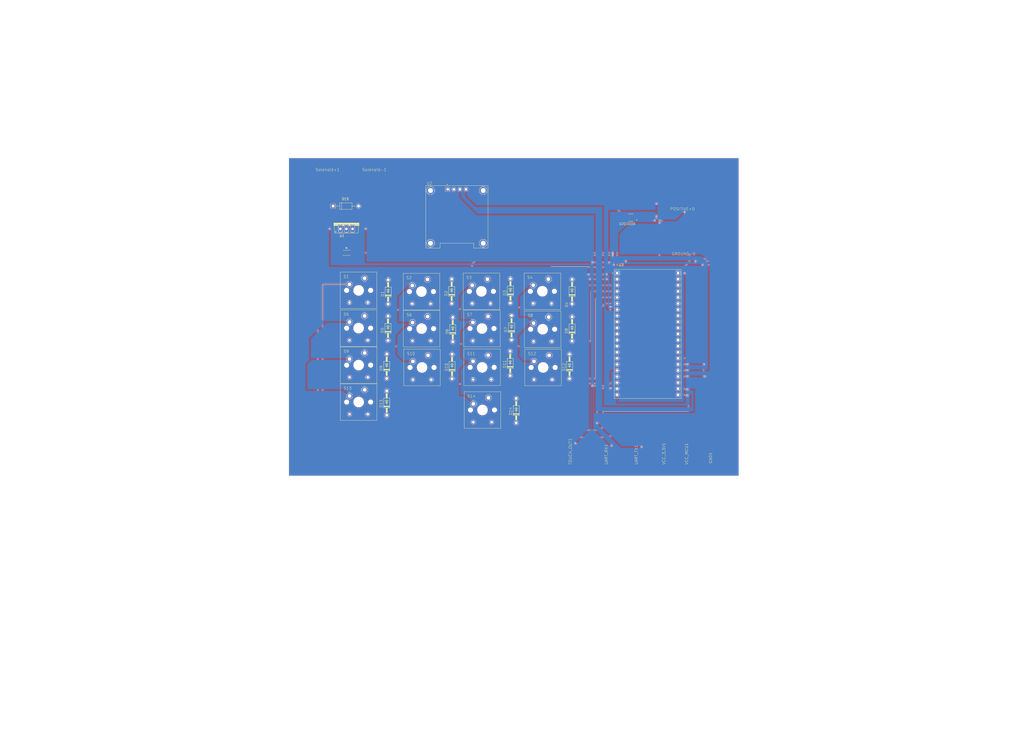
<source format=kicad_pcb>
(kicad_pcb (version 20241229) (generator "pcbnew") (generator_version "9.0")
  (layers (0 "F.Cu" signal) (2 "B.Cu" signal) (13 "F.Paste" user) (15 "B.Paste" user) (5 "F.SilkS" user "F.Silkscreen") (7 "B.SilkS" user "B.Silkscreen") (1 "F.Mask" user) (3 "B.Mask" user) (25 "Edge.Cuts" user))
  (net 0 "")
  (net 1 "/ROW1")
  (net 2 "Net-(S1-P)")
  (net 3 "Net-(S2-P)")
  (net 4 "Net-(S3-P)")
  (net 5 "Net-(S4-P)")
  (net 6 "/ROW2")
  (net 7 "Net-(S5-P)")
  (net 8 "Net-(S6-P)")
  (net 9 "Net-(S7-P)")
  (net 10 "Net-(S8-P)")
  (net 11 "/ROW3")
  (net 12 "Net-(S9-P)")
  (net 13 "Net-(S10-P)")
  (net 14 "Net-(S11-P)")
  (net 15 "Net-(S12-P)")
  (net 16 "Net-(S13-P)")
  (net 17 "/ROW4")
  (net 18 "Net-(S14-P)")
  (net 19 "Net-(POSITIVE+0-P)")
  (net 20 "/COLUMN1")
  (net 21 "/COLUMN2")
  (net 22 "/COLUMN3")
  (net 23 "/COLUMN4")
  (net 24 "/VOUT")
  (net 25 "Net-(U2-SCL)")
  (net 26 "Net-(U2-SDA)")
  (net 28 "Net-(Solenoid-1-P)")
  (net 29 "Net-(GND1-P)")
  (net 40 "Net-(TOUCH_OUT1-P)")
  (net 41 "Net-(U3-IO15)")
  (net 56 "Net-(U3-IO16)")
  (net 57 "Net-(U3-IO10)")
  (footprint "Mini-Keyboard:SMD2,54-5,08_412" (layer "F.Cu") (at 236.5 65.75 90)
    (property "Reference" "GROUND-0")
    (property "Value" "Negative -" (hide yes))
  )
  (footprint "SMD PAD Library:SMD2,54-5,08_412" (layer "F.Cu") (at 84 36.5 -90)
    (property "Reference" "Solenoid+1")
    (property "Value" "Solenoid+1")
  )
  (footprint "Mini-Keyboard:DO41-10_210" (layer "F.Cu") (at 137.8 99.51 90)
    (property "Reference" "D6")
    (property "Value" "1N4004")
  )
  (footprint "SMD PAD Library:SMD2,54-5,08_412" (layer "F.Cu") (at 204 153.5)
    (property "Reference" "UART_RX1")
    (property "Value" "RX")
  )
  (footprint "Mini-Keyboard:CHERRY_MX1A-11NN_SWITCH" (layer "F.Cu") (at 124.74 83.67)
    (property "Reference" "S2")
    (property "Value" "MX1A-11NN")
  )
  (footprint "SMD PAD Library:SMD2,54-5,08_412" (layer "F.Cu") (at 189 153.5)
    (property "Reference" "TOUCH_OUT1")
    (property "Value" "TOUT")
  )
  (footprint "Mini-Keyboard:DO41-10_210" (layer "F.Cu") (at 110.85 83.83 90)
    (property "Reference" "D1")
    (property "Value" "1N4004")
  )
  (footprint "ESP32-S2-SAOLA-1R:XCVR_ESP32-S2-SAOLA-1R" (layer "F.Cu") (at 219.05 101.35)
    (property "Reference" "U3")
    (property "Value" "ESP32-S2-SAOLA-1R")
  )
  (footprint "Mini-Keyboard:SOT95P285X140-5N" (layer "F.Cu") (at 212.065 52.8 180)
    (property "Reference" "U2(LDO)0")
    (property "Value" "AP2112K-3.3TRG1")
  )
  (footprint "Mini-Keyboard:CHERRY_MX1A-11NN_SWITCH" (layer "F.Cu") (at 150.19 133.08)
    (property "Reference" "S14")
    (property "Value" "MX1A-11NN")
  )
  (footprint "Mini-Keyboard:DO41-10_210" (layer "F.Cu") (at 110.25 130.17 90)
    (property "Reference" "D13")
    (property "Value" "1N4004")
  )
  (footprint "Mini-Keyboard:DO41-10_210" (layer "F.Cu") (at 161.75 113.67 90)
    (property "Reference" "D11")
    (property "Value" "1N4004")
  )
  (footprint "SMD PAD Library:SMD2,54-5,08_412" (layer "F.Cu") (at 216.5 153.5)
    (property "Reference" "UART_TX1")
    (property "Value" "TX")
  )
  (footprint "Mini-Keyboard:DO41-10_210" (layer "F.Cu") (at 162.3 98.75 90)
    (property "Reference" "D7")
    (property "Value" "1N4004")
  )
  (footprint "Mini-Keyboard:DO41-10_210" (layer "F.Cu") (at 137.35 83.58 90)
    (property "Reference" "D2")
    (property "Value" "1N4004")
  )
  (footprint "Mini-Keyboard:DO41-10_210" (layer "F.Cu") (at 187.55 99.26 90)
    (property "Reference" "D8")
    (property "Value" "1N4004")
  )
  (footprint "Mini-Keyboard:CHERRY_MX1A-11NN_SWITCH" (layer "F.Cu") (at 150.06 115.29)
    (property "Reference" "S11")
    (property "Value" "MX1A-11NN")
  )
  (footprint "SMD PAD Library:SMD2,54-5,08_412" (layer "F.Cu") (at 247.5 153)
    (property "Reference" "GND1")
    (property "Value" "GND_MODULE")
  )
  (footprint "Mini-Keyboard:CHERRY_MX1A-11NN_SWITCH" (layer "F.Cu") (at 98.56 114.35)
    (property "Reference" "S9")
    (property "Value" "MX1A-11NN")
  )
  (footprint "Mini-Keyboard:DO41-10_210" (layer "F.Cu") (at 187.55 83.67 90)
    (property "Reference" "D4")
    (property "Value" "1N4004")
  )
  (footprint "Mini-Keyboard:DO41-10_210" (layer "F.Cu") (at 161.85 83.41 90)
    (property "Reference" "D3")
    (property "Value" "1N4004" (hide yes))
  )
  (footprint "Mini-Keyboard:DO41-10_210" (layer "F.Cu") (at 164.25 133.33 90)
    (property "Reference" "D14")
    (property "Value" "1N4004")
  )
  (footprint "IRL540N:TO220V" (layer "F.Cu") (at 93.46 54.96)
    (property "Reference" "U1")
    (property "Value" "IRL540N")
  )
  (footprint "200k Resistor(5-2176245-4):RESC3115X65N" (layer "F.Cu") (at 93.46 67.5)
    (property "Reference" "R1")
    (property "Value" "5-2176245-4")
  )
  (footprint "Mini-Keyboard:CHERRY_MX1A-11NN_SWITCH" (layer "F.Cu") (at 149.74 83.58)
    (property "Reference" "S3")
    (property "Value" "MX1A-11NN")
  )
  (footprint "1N4007:DIOAD1060W80L520D270" (layer "F.Cu") (at 93.2 48)
    (property "Reference" "D15")
    (property "Value" "1N4007")
  )
  (footprint "Mini-Keyboard:CHERRY_MX1A-11NN_SWITCH" (layer "F.Cu") (at 175.16 83.54)
    (property "Reference" "S4")
    (property "Value" "MX1A-11NN")
  )
  (footprint "Mini-Keyboard:CHERRY_MX1A-11NN_SWITCH" (layer "F.Cu") (at 124.99 115.33)
    (property "Reference" "S10")
    (property "Value" "MX1A-11NN")
  )
  (footprint "Mini-Keyboard:CHERRY_MX1A-11NN_SWITCH" (layer "F.Cu") (at 98.56 129.76)
    (property "Reference" "S13")
    (property "Value" "MX1A-11NN")
  )
  (footprint "Mini-Keyboard:SMD2,54-5,08_412" (layer "F.Cu") (at 236.25 47 90)
    (property "Reference" "POSITIVE+0")
    (property "Value" "POSITIVE+")
  )
  (footprint "Mini-Keyboard:CHERRY_MX1A-11NN_SWITCH" (layer "F.Cu") (at 175.29 99.38)
    (property "Reference" "S8")
    (property "Value" "MX1A-11NN")
  )
  (footprint "Mini-Keyboard:DO41-10_210" (layer "F.Cu") (at 186.5 114.92 90)
    (property "Reference" "D12")
    (property "Value" "1N4004")
  )
  (footprint "Mini-Keyboard:CHERRY_MX1A-11NN_SWITCH" (layer "F.Cu") (at 98.54 98.92)
    (property "Reference" "S5")
    (property "Value" "MX1A-11NN")
  )
  (footprint "Mini-Keyboard:CHERRY_MX1A-11NN_SWITCH" (layer "F.Cu") (at 149.99 99.08)
    (property "Reference" "S7")
    (property "Value" "MX1A-11NN")
  )
  (footprint "Mini-Keyboard:CHERRY_MX1A-11NN_SWITCH" (layer "F.Cu") (at 124.81 99.13)
    (property "Reference" "S6")
    (property "Value" "MX1A-11NN")
  )
  (footprint "Mini-Keyboard:DO41-10_210" (layer "F.Cu") (at 110.8 99.01 90)
    (property "Reference" "D5")
    (property "Value" "1N4004")
  )
  (footprint "SMD PAD Library:SMD2,54-5,08_412" (layer "F.Cu") (at 228 153.5)
    (property "Reference" "VCC_3.3V1")
    (property "Value" "3.3V")
  )
  (footprint "SMD PAD Library:SMD2,54-5,08_412" (layer "F.Cu") (at 103.02 36.75 -90)
    (property "Reference" "Solenoid-1")
    (property "Value" "Solenoid-1")
  )
  (footprint "Mini-Keyboard:DO41-10_210" (layer "F.Cu") (at 110.25 114.84 90)
    (property "Reference" "D9")
    (property "Value" "1N4004")
  )
  (footprint "Mini-Keyboard:CHERRY_MX1A-11NN_SWITCH" (layer "F.Cu") (at 98.54 83.17)
    (property "Reference" "S1")
    (property "Value" "MX1A-11NN")
  )
  (footprint "Mini-Keyboard:MODULE_DM-OLED096-636" (layer "F.Cu") (at 139.5 52.5)
    (property "Reference" "U2")
    (property "Value" "DM-OLED096-636")
  )
  (footprint "Mini-Keyboard:DO41-10_210" (layer "F.Cu") (at 137.5 114.92 90)
    (property "Reference" "D10")
    (property "Value" "1N4004")
  )
  (footprint "SMD PAD Library:SMD2,54-5,08_412" (layer "F.Cu") (at 237.5 153.5)
    (property "Reference" "VCC_MCU1")
    (property "Value" "VCC_MCU")
  )
  (footprint "Mini-Keyboard:CHERRY_MX1A-11NN_SWITCH" (layer "F.Cu") (at 175.49 115.33)
    (property "Reference" "S12")
    (property "Value" "MX1A-11NN")
  )
  (gr_line (start 256.99988 160.5) (end 257.00012 28) (stroke (width 0.05)) (layer "Edge.Cuts"))
  (gr_line (start 257 28) (end 69.50055 28) (stroke (width 0.05)) (layer "Edge.Cuts"))
  (gr_line (start 69.50055 28) (end 69.499429 160.5) (stroke (width 0.05)) (layer "Edge.Cuts"))
  (gr_line (start 69.49945 160.5) (end 256.99988 160.5) (stroke (width 0.05)) (layer "Edge.Cuts"))
  (segment (start 187.55 88.75) (end 191.25 88.75) (width 0.2) (layer "F.Cu") (net 1))
  (segment (start 191.5 88.5) (end 191.5 81) (width 0.2) (layer "F.Cu") (net 1))
  (segment (start 113.19 91.25) (end 137.25 91.25) (width 0.2) (layer "F.Cu") (net 1))
  (segment (start 139.69 91) (end 161.75 91) (width 0.2) (layer "F.Cu") (net 1))
  (segment (start 161.85 88.49) (end 163.61 90.25) (width 0.2) (layer "F.Cu") (net 1))
  (segment (start 161.75 91) (end 161.85 90.9) (width 0.2) (layer "F.Cu") (net 1))
  (segment (start 137.25 91.25) (end 137.35 91.15) (width 0.2) (layer "F.Cu") (net 1))
  (segment (start 137.35 91.15) (end 137.35 88.66) (width 0.2) (layer "F.Cu") (net 1))
  (segment (start 191.5 81) (end 192 81) (width 0.2) (layer "F.Cu") (net 1))
  (segment (start 192.03 81.03) (end 206.35 81.03) (width 0.2) (layer "F.Cu") (net 1))
  (segment (start 191.25 88.75) (end 191.5 88.5) (width 0.2) (layer "F.Cu") (net 1))
  (segment (start 110.85 88.91) (end 113.19 91.25) (width 0.2) (layer "F.Cu") (net 1))
  (segment (start 186.05 90.25) (end 187.55 88.75) (width 0.2) (layer "F.Cu") (net 1))
  (segment (start 163.61 90.25) (end 186.05 90.25) (width 0.2) (layer "F.Cu") (net 1))
  (segment (start 137.35 88.66) (end 139.69 91) (width 0.2) (layer "F.Cu") (net 1))
  (segment (start 192 81) (end 192.03 81.03) (width 0.2) (layer "F.Cu") (net 1))
  (segment (start 161.85 90.9) (end 161.85 88.49) (width 0.2) (layer "F.Cu") (net 1))
  (segment (start 101.05 78.09) (end 110.19 78.09) (width 0.2) (layer "F.Cu") (net 2))
  (segment (start 110.19 78.09) (end 110.85 78.75) (width 0.2) (layer "F.Cu") (net 2))
  (segment (start 127.25 78.59) (end 137.26 78.59) (width 0.2) (layer "F.Cu") (net 3))
  (segment (start 137.26 78.59) (end 137.35 78.5) (width 0.2) (layer "F.Cu") (net 3))
  (segment (start 161.68 78.5) (end 161.85 78.33) (width 0.2) (layer "F.Cu") (net 4))
  (segment (start 152.25 78.5) (end 161.68 78.5) (width 0.2) (layer "F.Cu") (net 4))
  (segment (start 187.42 78.46) (end 187.55 78.59) (width 0.2) (layer "F.Cu") (net 5))
  (segment (start 177.67 78.46) (end 187.42 78.46) (width 0.2) (layer "F.Cu") (net 5))
  (segment (start 196.07 83.57) (end 206.35 83.57) (width 0.2) (layer "F.Cu") (net 6))
  (segment (start 187.55 104.34) (end 195.34 104.34) (width 0.2) (layer "F.Cu") (net 6))
  (segment (start 195.34 104.34) (end 195.5 104.5) (width 0.2) (layer "F.Cu") (net 6))
  (segment (start 162.3 105.45) (end 162.3 103.83) (width 0.2) (layer "F.Cu") (net 6))
  (segment (start 137.8 106.2) (end 137.8 104.59) (width 0.2) (layer "F.Cu") (net 6))
  (segment (start 187.5 106.25) (end 187.55 106.2) (width 0.2) (layer "F.Cu") (net 6))
  (segment (start 113.21 106.5) (end 137.5 106.5) (width 0.2) (layer "F.Cu") (net 6))
  (segment (start 195.5 104.5) (end 195.5 83.5) (width 0.2) (layer "F.Cu") (net 6))
  (segment (start 110.8 104.09) (end 113.21 106.5) (width 0.2) (layer "F.Cu") (net 6))
  (segment (start 187.5 106.5) (end 187.5 106.25) (width 0.2) (layer "F.Cu") (net 6))
  (segment (start 195.5 83.5) (end 196 83.5) (width 0.2) (layer "F.Cu") (net 6))
  (segment (start 196 83.5) (end 196.07 83.57) (width 0.2) (layer "F.Cu") (net 6))
  (segment (start 162.25 105.5) (end 162.3 105.45) (width 0.2) (layer "F.Cu") (net 6))
  (segment (start 187.55 106.2) (end 187.55 104.34) (width 0.2) (layer "F.Cu") (net 6))
  (segment (start 138.71 105.5) (end 162.25 105.5) (width 0.2) (layer "F.Cu") (net 6))
  (segment (start 162.3 103.83) (end 164.97 106.5) (width 0.2) (layer "F.Cu") (net 6))
  (segment (start 164.97 106.5) (end 187.5 106.5) (width 0.2) (layer "F.Cu") (net 6))
  (segment (start 137.5 106.5) (end 137.8 106.2) (width 0.2) (layer "F.Cu") (net 6))
  (segment (start 137.8 104.59) (end 138.71 105.5) (width 0.2) (layer "F.Cu") (net 6))
  (segment (start 110.71 93.84) (end 110.8 93.93) (width 0.2) (layer "F.Cu") (net 7))
  (segment (start 101.05 93.84) (end 110.71 93.84) (width 0.2) (layer "F.Cu") (net 7))
  (segment (start 137.42 94.05) (end 137.8 94.43) (width 0.2) (layer "F.Cu") (net 8))
  (segment (start 127.32 94.05) (end 137.42 94.05) (width 0.2) (layer "F.Cu") (net 8))
  (segment (start 152.5 94) (end 161.97 94) (width 0.2) (layer "F.Cu") (net 9))
  (segment (start 161.97 94) (end 162.3 93.67) (width 0.2) (layer "F.Cu") (net 9))
  (segment (start 177.8 94.3) (end 187.43 94.3) (width 0.2) (layer "F.Cu") (net 10))
  (segment (start 187.43 94.3) (end 187.55 94.18) (width 0.2) (layer "F.Cu") (net 10))
  (segment (start 186.5 123) (end 186.5 120) (width 0.2) (layer "F.Cu") (net 11))
  (segment (start 166 123) (end 186.5 123) (width 0.2) (layer "F.Cu") (net 11))
  (segment (start 161.75 122.25) (end 161.75 118.75) (width 0.2) (layer "F.Cu") (net 11))
  (segment (start 139.75 122.25) (end 161.75 122.25) (width 0.2) (layer "F.Cu") (net 11))
  (segment (start 197.5 86.5) (end 197.89 86.11) (width 0.2) (layer "F.Cu") (net 11))
  (segment (start 186.5 120) (end 197.5 120) (width 0.2) (layer "F.Cu") (net 11))
  (segment (start 110.25 119.92) (end 112.08 121.75) (width 0.2) (layer "F.Cu") (net 11))
  (segment (start 137.5 121.5) (end 137.5 120) (width 0.2) (layer "F.Cu") (net 11))
  (segment (start 197.89 86.11) (end 206.35 86.11) (width 0.2) (layer "F.Cu") (net 11))
  (segment (start 197.5 120) (end 197.5 86.5) (width 0.2) (layer "F.Cu") (net 11))
  (segment (start 161.75 118.75) (end 166 123) (width 0.2) (layer "F.Cu") (net 11))
  (segment (start 137.25 121.75) (end 137.5 121.5) (width 0.2) (layer "F.Cu") (net 11))
  (segment (start 137.5 120) (end 139.75 122.25) (width 0.2) (layer "F.Cu") (net 11))
  (segment (start 112.08 121.75) (end 137.25 121.75) (width 0.2) (layer "F.Cu") (net 11))
  (segment (start 109.76 109.27) (end 110.25 109.76) (width 0.2) (layer "F.Cu") (net 12))
  (segment (start 101.07 109.27) (end 109.76 109.27) (width 0.2) (layer "F.Cu") (net 12))
  (segment (start 137.09 109.43) (end 137.5 109.84) (width 0.2) (layer "F.Cu") (net 13))
  (segment (start 127.5 110.25) (end 137.09 110.25) (width 0.2) (layer "F.Cu") (net 13))
  (segment (start 137.09 110.25) (end 137.5 109.84) (width 0.2) (layer "F.Cu") (net 13))
  (segment (start 152.57 110.21) (end 160.13 110.21) (width 0.2) (layer "F.Cu") (net 14))
  (segment (start 160.13 110.21) (end 161.75 108.59) (width 0.2) (layer "F.Cu") (net 14))
  (segment (start 185.09 111.25) (end 186.5 109.84) (width 0.2) (layer "F.Cu") (net 15))
  (segment (start 178 110.25) (end 179 111.25) (width 0.2) (layer "F.Cu") (net 15))
  (segment (start 186.3 109.64) (end 186.5 109.84) (width 0.2) (layer "F.Cu") (net 15))
  (segment (start 179 111.25) (end 185.09 111.25) (width 0.2) (layer "F.Cu") (net 15))
  (segment (start 101.07 124.68) (end 109.84 124.68) (width 0.2) (layer "F.Cu") (net 16))
  (segment (start 109.84 124.68) (end 110.25 125.09) (width 0.2) (layer "F.Cu") (net 16))
  (segment (start 163.5 140.25) (end 164.25 139.5) (width 0.2) (layer "F.Cu") (net 17))
  (segment (start 199.5 90.5) (end 201.35 88.65) (width 0.2) (layer "F.Cu") (net 17))
  (segment (start 191.5 122) (end 199.5 122) (width 0.2) (layer "F.Cu") (net 17))
  (segment (start 191.41 138.41) (end 191.5 138.5) (width 0.2) (layer "F.Cu") (net 17))
  (segment (start 164.25 139.5) (end 164.25 138.41) (width 0.2) (layer "F.Cu") (net 17))
  (segment (start 191.5 138.5) (end 191.5 122) (width 0.2) (layer "F.Cu") (net 17))
  (segment (start 201.35 88.65) (end 206.35 88.65) (width 0.2) (layer "F.Cu") (net 17))
  (segment (start 111.25 149.25) (end 163.5 149.25) (width 0.2) (layer "F.Cu") (net 17))
  (segment (start 163.5 149.25) (end 163.5 140.25) (width 0.2) (layer "F.Cu") (net 17))
  (segment (start 164.25 138.41) (end 191.41 138.41) (width 0.2) (layer "F.Cu") (net 17))
  (segment (start 110.25 148.25) (end 111.25 149.25) (width 0.2) (layer "F.Cu") (net 17))
  (segment (start 110.25 135.25) (end 110.25 148.25) (width 0.2) (layer "F.Cu") (net 17))
  (segment (start 199.5 122) (end 199.5 90.5) (width 0.2) (layer "F.Cu") (net 17))
  (segment (start 152.7 128) (end 164 128) (width 0.2) (layer "F.Cu") (net 18))
  (segment (start 164 128) (end 164.25 128.25) (width 0.2) (layer "F.Cu") (net 18))
  (segment (start 234.5 50.5) (end 235 50.5) (width 0.2) (layer "F.Cu") (net 19))
  (segment (start 221.75 53.75) (end 222 54) (width 0.2) (layer "F.Cu") (net 19))
  (segment (start 213.25 53.75) (end 221.75 53.75) (width 0.2) (layer "F.Cu") (net 19))
  (segment (start 236.25 49.25) (end 236.25 47) (width 0.2) (layer "F.Cu") (net 19))
  (segment (start 231.4 51.85) (end 213.25 51.85) (width 0.2) (layer "F.Cu") (net 19))
  (segment (start 235 50.5) (end 236.25 49.25) (width 0.2) (layer "F.Cu") (net 19))
  (segment (start 236.25 47) (end 231.4 51.85) (width 0.2) (layer "F.Cu") (net 19))
  (via (at 234.5 50.5) (size 0.6) (drill 0.3) (layers "F.Cu" "B.Cu") (net 19))
  (via (at 222 54) (size 0.6) (drill 0.3) (layers "F.Cu" "B.Cu") (net 19))
  (segment (start 231 54) (end 234.5 50.5) (width 0.2) (layer "B.Cu") (net 19))
  (segment (start 222 54) (end 231 54) (width 0.2) (layer "B.Cu") (net 19))
  (segment (start 94.73 80.63) (end 83.87 80.63) (width 0.2) (layer "F.Cu") (net 20))
  (segment (start 167.5 141.5) (end 199 141.5) (width 0.2) (layer "F.Cu") (net 20))
  (segment (start 167.5 153) (end 167.5 141.5) (width 0.2) (layer "F.Cu") (net 20))
  (segment (start 236.106 112.606) (end 235.01 111.51) (width 0.2) (layer "F.Cu") (net 20))
  (segment (start 236 133.5) (end 236.106 133.394) (width 0.2) (layer "F.Cu") (net 20))
  (segment (start 83.87 80.63) (end 83.5 81) (width 0.2) (layer "F.Cu") (net 20))
  (segment (start 83.5 141) (end 105 141) (width 0.2) (layer "F.Cu") (net 20))
  (segment (start 105 141) (end 107 143) (width 0.2) (layer "F.Cu") (net 20))
  (segment (start 199 141.5) (end 200.5 140) (width 0.2) (layer "F.Cu") (net 20))
  (segment (start 235.01 111.51) (end 231.75 111.51) (width 0.2) (layer "F.Cu") (net 20))
  (segment (start 200.5 133.5) (end 236 133.5) (width 0.2) (layer "F.Cu") (net 20))
  (segment (start 107 143) (end 107 153) (width 0.2) (layer "F.Cu") (net 20))
  (segment (start 236.106 133.394) (end 236.106 112.606) (width 0.2) (layer "F.Cu") (net 20))
  (segment (start 107 153) (end 167.5 153) (width 0.2) (layer "F.Cu") (net 20))
  (segment (start 200.5 140) (end 200.5 133.5) (width 0.2) (layer "F.Cu") (net 20))
  (segment (start 83.5 81) (end 83.5 141) (width 0.2) (layer "F.Cu") (net 20))
  (segment (start 94.75 111.81) (end 78.94 111.81) (width 0.2) (layer "B.Cu") (net 20))
  (segment (start 76.75 114) (end 76.75 124.75) (width 0.2) (layer "B.Cu") (net 20))
  (segment (start 94.73 80.63) (end 83.87 80.63) (width 0.2) (layer "B.Cu") (net 20))
  (segment (start 83.87 80.63) (end 83.5 81) (width 0.2) (layer "B.Cu") (net 20))
  (segment (start 85.12 96.38) (end 78 103.5) (width 0.2) (layer "B.Cu") (net 20))
  (segment (start 76.75 124.75) (end 92.28 124.75) (width 0.2) (layer "B.Cu") (net 20))
  (segment (start 83.5 81) (end 83.5 95.25) (width 0.2) (layer "B.Cu") (net 20))
  (segment (start 84.87 96.38) (end 94.73 96.38) (width 0.2) (layer "B.Cu") (net 20))
  (segment (start 84.75 96.5) (end 84.87 96.38) (width 0.2) (layer "B.Cu") (net 20))
  (segment (start 78.25 112) (end 78.44 111.81) (width 0.2) (layer "B.Cu") (net 20))
  (segment (start 83.5 95.25) (end 84.75 96.5) (width 0.2) (layer "B.Cu") (net 20))
  (segment (start 94.73 96.38) (end 85.12 96.38) (width 0.2) (layer "B.Cu") (net 20))
  (segment (start 92.28 124.75) (end 94.75 127.22) (width 0.2) (layer "B.Cu") (net 20))
  (segment (start 78.94 111.81) (end 76.75 114) (width 0.2) (layer "B.Cu") (net 20))
  (segment (start 78.25 103.75) (end 78.25 112) (width 0.2) (layer "B.Cu") (net 20))
  (segment (start 78.44 111.81) (end 94.75 111.81) (width 0.2) (layer "B.Cu") (net 20))
  (segment (start 78 103.5) (end 78.25 103.75) (width 0.2) (layer "B.Cu") (net 20))
  (segment (start 120 74.5) (end 88.5 74.5) (width 0.2) (layer "F.Cu") (net 21))
  (segment (start 170.5 144.5) (end 203 144.5) (width 0.2) (layer "F.Cu") (net 21))
  (segment (start 204 136.5) (end 242.5 136.5) (width 0.2) (layer "F.Cu") (net 21))
  (segment (start 105.5 156) (end 106 155.5) (width 0.2) (layer "F.Cu") (net 21))
  (segment (start 242.5 136.5) (end 242.394 136.394) (width 0.2) (layer "F.Cu") (net 21))
  (segment (start 88.5 74.5) (end 87.5 75.5) (width 0.2) (layer "F.Cu") (net 21))
  (segment (start 242.394 114.106) (end 242.5 114) (width 0.2) (layer "F.Cu") (net 21))
  (segment (start 235.5 114) (end 235.45 114.05) (width 0.2) (layer "F.Cu") (net 21))
  (segment (start 87.5 78.5) (end 82 78.5) (width 0.2) (layer "F.Cu") (net 21))
  (segment (start 106 155.5) (end 170.5 155.5) (width 0.2) (layer "F.Cu") (net 21))
  (segment (start 103.5 154) (end 105.5 156) (width 0.2) (layer "F.Cu") (net 21))
  (segment (start 81.5 146.5) (end 103.5 146.5) (width 0.2) (layer "F.Cu") (net 21))
  (segment (start 81.5 145.5) (end 81 146) (width 0.2) (layer "F.Cu") (net 21))
  (segment (start 120.93 81.13) (end 120.93 75.43) (width 0.2) (layer "F.Cu") (net 21))
  (segment (start 204 143.5) (end 204 136.5) (width 0.2) (layer "F.Cu") (net 21))
  (segment (start 120.93 75.43) (end 120 74.5) (width 0.2) (layer "F.Cu") (net 21))
  (segment (start 82 78.5) (end 81.5 79) (width 0.2) (layer "F.Cu") (net 21))
  (segment (start 235.45 114.05) (end 231.75 114.05) (width 0.2) (layer "F.Cu") (net 21))
  (segment (start 242.394 136.394) (end 242.394 114.106) (width 0.2) (layer "F.Cu") (net 21))
  (segment (start 103.5 146.5) (end 103.5 154) (width 0.2) (layer "F.Cu") (net 21))
  (segment (start 170.5 155.5) (end 170.5 144.5) (width 0.2) (layer "F.Cu") (net 21))
  (segment (start 81.5 79) (end 81.5 145.5) (width 0.2) (layer "F.Cu") (net 21))
  (segment (start 81 146) (end 81.5 146.5) (width 0.2) (layer "F.Cu") (net 21))
  (segment (start 87.5 75.5) (end 87.5 78.5) (width 0.2) (layer "F.Cu") (net 21))
  (segment (start 203 144.5) (end 204 143.5) (width 0.2) (layer "F.Cu") (net 21))
  (via (at 235.5 114) (size 0.6) (drill 0.3) (layers "F.Cu" "B.Cu") (net 21))
  (via (at 242.5 114) (size 0.6) (drill 0.3) (layers "F.Cu" "B.Cu") (net 21))
  (segment (start 117.04 112.79) (end 121.18 112.79) (width 0.2) (layer "B.Cu") (net 21))
  (segment (start 242.5 114) (end 235.5 114) (width 0.2) (layer "B.Cu") (net 21))
  (segment (start 119.62 81.13) (end 115 85.75) (width 0.2) (layer "B.Cu") (net 21))
  (segment (start 119.66 96.59) (end 114.25 102) (width 0.2) (layer "B.Cu") (net 21))
  (segment (start 120.93 81.13) (end 119.62 81.13) (width 0.2) (layer "B.Cu") (net 21))
  (segment (start 115 96.5) (end 115.09 96.59) (width 0.2) (layer "B.Cu") (net 21))
  (segment (start 114.25 110) (end 117.04 112.79) (width 0.2) (layer "B.Cu") (net 21))
  (segment (start 121 96.59) (end 119.66 96.59) (width 0.2) (layer "B.Cu") (net 21))
  (segment (start 114.25 102) (end 114.25 110) (width 0.2) (layer "B.Cu") (net 21))
  (segment (start 115 85.75) (end 115 96.5) (width 0.2) (layer "B.Cu") (net 21))
  (segment (start 115.09 96.59) (end 121 96.59) (width 0.2) (layer "B.Cu") (net 21))
  (segment (start 145.93 72.93) (end 145.5 72.5) (width 0.2) (layer "F.Cu") (net 22))
  (segment (start 145.93 81.04) (end 145.93 72.93) (width 0.2) (layer "F.Cu") (net 22))
  (segment (start 235.41 116.59) (end 231.75 116.59) (width 0.2) (layer "F.Cu") (net 22))
  (segment (start 149.5 68.5) (end 204.5 68.5) (width 0.2) (layer "F.Cu") (net 22))
  (segment (start 145.5 72.5) (end 149.5 68.5) (width 0.2) (layer "F.Cu") (net 22))
  (segment (start 235.5 116.5) (end 235.41 116.59) (width 0.2) (layer "F.Cu") (net 22))
  (via (at 204.5 68.5) (size 0.6) (drill 0.3) (layers "F.Cu" "B.Cu") (net 22))
  (via (at 235.5 116.5) (size 0.6) (drill 0.3) (layers "F.Cu" "B.Cu") (net 22))
  (segment (start 244.5 71.5) (end 244.5 116.5) (width 0.2) (layer "B.Cu") (net 22))
  (segment (start 141.25 100.345) (end 141.25 111) (width 0.2) (layer "B.Cu") (net 22))
  (segment (start 140.75 127) (end 142.84 127) (width 0.2) (layer "B.Cu") (net 22))
  (segment (start 140.75 85.095) (end 140.75 95.5) (width 0.2) (layer "B.Cu") (net 22))
  (segment (start 141.25 111) (end 143 112.75) (width 0.2) (layer "B.Cu") (net 22))
  (segment (start 144.135 112.75) (end 146.25 112.75) (width 0.2) (layer "B.Cu") (net 22))
  (segment (start 142.84 127) (end 146.38 130.54) (width 0.2) (layer "B.Cu") (net 22))
  (segment (start 145.14 95.5) (end 146.18 96.54) (width 0.2) (layer "B.Cu") (net 22))
  (segment (start 144.805 81.04) (end 140.75 85.095) (width 0.2) (layer "B.Cu") (net 22))
  (segment (start 140.75 116.135) (end 140.75 127) (width 0.2) (layer "B.Cu") (net 22))
  (segment (start 140.75 95.5) (end 145.14 95.5) (width 0.2) (layer "B.Cu") (net 22))
  (segment (start 140.75 116.135) (end 144.135 112.75) (width 0.2) (layer "B.Cu") (net 22))
  (segment (start 145.055 96.54) (end 141.25 100.345) (width 0.2) (layer "B.Cu") (net 22))
  (segment (start 145.93 81.04) (end 144.805 81.04) (width 0.2) (layer "B.Cu") (net 22))
  (segment (start 242 69) (end 244.5 71.5) (width 0.2) (layer "B.Cu") (net 22))
  (segment (start 244.5 116.5) (end 235.5 116.5) (width 0.2) (layer "B.Cu") (net 22))
  (segment (start 204.5 68.5) (end 241.5 68.5) (width 0.2) (layer "B.Cu") (net 22))
  (segment (start 146.18 96.54) (end 145.055 96.54) (width 0.2) (layer "B.Cu") (net 22))
  (segment (start 241.5 68.5) (end 242 69) (width 0.2) (layer "B.Cu") (net 22))
  (segment (start 143 112.75) (end 146.25 112.75) (width 0.2) (layer "B.Cu") (net 22))
  (segment (start 247.5 119) (end 247.301 118.801) (width 0.2) (layer "F.Cu") (net 23))
  (segment (start 247.5 72.5) (end 247.5 119) (width 0.2) (layer "F.Cu") (net 23))
  (segment (start 247.301 118.801) (end 243.199 118.801) (width 0.2) (layer "F.Cu") (net 23))
  (segment (start 242 72.5) (end 247.5 72.5) (width 0.2) (layer "F.Cu") (net 23))
  (segment (start 178.85 73.5) (end 187 73.5) (width 0.2) (layer "F.Cu") (net 23))
  (segment (start 235.5 119) (end 235 119) (width 0.2) (layer "F.Cu") (net 23))
  (segment (start 171.35 81) (end 178.85 73.5) (width 0.2) (layer "F.Cu") (net 23))
  (segment (start 204 73.5) (end 205 72.5) (width 0.2) (layer "F.Cu") (net 23))
  (segment (start 187 73.5) (end 204 73.5) (width 0.2) (layer "F.Cu") (net 23))
  (segment (start 235 119) (end 234.87 119.13) (width 0.2) (layer "F.Cu") (net 23))
  (segment (start 234.87 119.13) (end 231.75 119.13) (width 0.2) (layer "F.Cu") (net 23))
  (segment (start 243.199 118.801) (end 243 119) (width 0.2) (layer "F.Cu") (net 23))
  (via (at 243 119) (size 0.6) (drill 0.3) (layers "F.Cu" "B.Cu") (net 23))
  (via (at 242 72.5) (size 0.6) (drill 0.3) (layers "F.Cu" "B.Cu") (net 23))
  (via (at 235.5 119) (size 0.6) (drill 0.3) (layers "F.Cu" "B.Cu") (net 23))
  (via (at 205 72.5) (size 0.6) (drill 0.3) (layers "F.Cu" "B.Cu") (net 23))
  (segment (start 168.89 94.25) (end 171.48 96.84) (width 0.2) (layer "B.Cu") (net 23))
  (segment (start 243 119) (end 235.5 119) (width 0.2) (layer "B.Cu") (net 23))
  (segment (start 165.25 101.945) (end 165.25 110.75) (width 0.2) (layer "B.Cu") (net 23))
  (segment (start 171.48 96.84) (end 170.355 96.84) (width 0.2) (layer "B.Cu") (net 23))
  (segment (start 167.29 112.79) (end 171.68 112.79) (width 0.2) (layer "B.Cu") (net 23))
  (segment (start 165.5 85.725) (end 165.5 94.25) (width 0.2) (layer "B.Cu") (net 23))
  (segment (start 165.5 94.25) (end 168.89 94.25) (width 0.2) (layer "B.Cu") (net 23))
  (segment (start 205 72.5) (end 242 72.5) (width 0.2) (layer "B.Cu") (net 23))
  (segment (start 170.225 81) (end 165.5 85.725) (width 0.2) (layer "B.Cu") (net 23))
  (segment (start 170.355 96.84) (end 165.25 101.945) (width 0.2) (layer "B.Cu") (net 23))
  (segment (start 171.35 81) (end 170.225 81) (width 0.2) (layer "B.Cu") (net 23))
  (segment (start 165.25 110.75) (end 167.29 112.79) (width 0.2) (layer "B.Cu") (net 23))
  (segment (start 237.5 149) (end 228 149) (width 0.2) (layer "F.Cu") (net 24))
  (segment (start 210.88 53.75) (end 210.88 53.88) (width 0.2) (layer "F.Cu") (net 24))
  (segment (start 228 153.5) (end 228 149) (width 0.2) (layer "F.Cu") (net 24))
  (segment (start 142.23 37) (end 200.75 37) (width 0.2) (layer "F.Cu") (net 24))
  (segment (start 249 120.5) (end 249 71) (width 0.2) (layer "F.Cu") (net 24))
  (segment (start 228 137.5) (end 243.5 137.5) (width 0.2) (layer "F.Cu") (net 24))
  (segment (start 83.98 44.08) (end 87.9 48) (width 0.2) (layer "F.Cu") (net 24))
  (segment (start 210.88 53.88) (end 206.35 58.41) (width 0.2) (layer "F.Cu") (net 24))
  (segment (start 237.5 153.5) (end 237.5 149) (width 0.2) (layer "F.Cu") (net 24))
  (segment (start 138.23 41) (end 142.23 37) (width 0.2) (layer "F.Cu") (net 24))
  (segment (start 206.35 58.41) (end 206.35 71) (width 0.2) (layer "F.Cu") (net 24))
  (segment (start 243.5 137.5) (end 243.5 120.5) (width 0.2) (layer "F.Cu") (net 24))
  (segment (start 228 149) (end 228 137.5) (width 0.2) (layer "F.Cu") (net 24))
  (segment (start 206.35 71) (end 206.35 75.95) (width 0.2) (layer "F.Cu") (net 24))
  (segment (start 200.75 43.62) (end 210.88 53.75) (width 0.2) (layer "F.Cu") (net 24))
  (segment (start 210 71) (end 206.35 71) (width 0.2) (layer "F.Cu") (net 24))
  (segment (start 249 71) (end 239 71) (width 0.2) (layer "F.Cu") (net 24))
  (segment (start 83.98 37.25) (end 83.98 44.08) (width 0.2) (layer "F.Cu") (net 24))
  (segment (start 243.5 120.5) (end 249 120.5) (width 0.2) (layer "F.Cu") (net 24))
  (segment (start 200.75 37) (end 200.75 43.62) (width 0.2) (layer "F.Cu") (net 24))
  (via (at 239 71) (size 0.6) (drill 0.3) (layers "F.Cu" "B.Cu") (net 24))
  (via (at 210 71) (size 0.6) (drill 0.3) (layers "F.Cu" "B.Cu") (net 24))
  (segment (start 239 71) (end 210 71) (width 0.2) (layer "B.Cu") (net 24))
  (segment (start 234.71 124.21) (end 231.75 124.21) (width 0.2) (layer "F.Cu") (net 25))
  (segment (start 235.5 124.5) (end 235 124.5) (width 0.2) (layer "F.Cu") (net 25))
  (segment (start 235 124.5) (end 234.71 124.21) (width 0.2) (layer "F.Cu") (net 25))
  (via (at 235.5 124.5) (size 0.6) (drill 0.3) (layers "F.Cu" "B.Cu") (net 25))
  (segment (start 197 134) (end 238.5 134) (width 0.2) (layer "B.Cu") (net 25))
  (segment (start 238.5 124.5) (end 235.5 124.5) (width 0.2) (layer "B.Cu") (net 25))
  (segment (start 140.77 44.27) (end 146.5 50) (width 0.2) (layer "B.Cu") (net 25))
  (segment (start 238.5 134) (end 238.5 124.5) (width 0.2) (layer "B.Cu") (net 25))
  (segment (start 197 51.5) (end 197 134) (width 0.2) (layer "B.Cu") (net 25))
  (segment (start 148 51.5) (end 197 51.5) (width 0.2) (layer "B.Cu") (net 25))
  (segment (start 146.5 50) (end 148 51.5) (width 0.2) (layer "B.Cu") (net 25))
  (segment (start 140.77 41) (end 140.77 44.27) (width 0.2) (layer "B.Cu") (net 25))
  (segment (start 235 127) (end 234.75 126.75) (width 0.2) (layer "F.Cu") (net 26))
  (segment (start 235.5 127) (end 235 127) (width 0.2) (layer "F.Cu") (net 26))
  (segment (start 234.75 126.75) (end 231.75 126.75) (width 0.2) (layer "F.Cu") (net 26))
  (via (at 235.5 127) (size 0.6) (drill 0.3) (layers "F.Cu" "B.Cu") (net 26))
  (segment (start 200.5 48) (end 200.5 131.5) (width 0.2) (layer "B.Cu") (net 26))
  (segment (start 143.31 41) (end 143.31 43.81) (width 0.2) (layer "B.Cu") (net 26))
  (segment (start 237 127) (end 235.5 127) (width 0.2) (layer "B.Cu") (net 26))
  (segment (start 147.5 48) (end 200.5 48) (width 0.2) (layer "B.Cu") (net 26))
  (segment (start 200.5 131.5) (end 237 131.5) (width 0.2) (layer "B.Cu") (net 26))
  (segment (start 143.31 43.81) (end 147.5 48) (width 0.2) (layer "B.Cu") (net 26))
  (segment (start 237 131.5) (end 237 127) (width 0.2) (layer "B.Cu") (net 26))
  (segment (start 93.5 52) (end 93.46 52.04) (width 0.2) (layer "F.Cu") (net 28))
  (segment (start 107 37.5) (end 107 51.5) (width 0.2) (layer "F.Cu") (net 28))
  (segment (start 93.46 52.04) (end 93.46 57.5) (width 0.2) (layer "F.Cu") (net 28))
  (segment (start 103 37.5) (end 107 37.5) (width 0.2) (layer "F.Cu") (net 28))
  (segment (start 107 51.5) (end 93.5 51.5) (width 0.2) (layer "F.Cu") (net 28))
  (segment (start 93.5 51.5) (end 93.5 52) (width 0.2) (layer "F.Cu") (net 28))
  (segment (start 103 37.5) (end 103 43.5) (width 0.2) (layer "F.Cu") (net 28))
  (segment (start 103 43.5) (end 98.5 48) (width 0.2) (layer "F.Cu") (net 28))
  (segment (start 234.45 75.95) (end 234.5 76) (width 0.2) (layer "F.Cu") (net 29))
  (segment (start 224 55) (end 224 54) (width 0.2) (layer "F.Cu") (net 29))
  (segment (start 222.75 34.5) (end 222.75 47) (width 0.2) (layer "F.Cu") (net 29))
  (segment (start 250 121.5) (end 250 70) (width 0.2) (layer "F.Cu") (net 29))
  (segment (start 224 54) (end 222.75 52.75) (width 0.2) (layer "F.Cu") (net 29))
  (segment (start 236.5 65.75) (end 223.5 52.75) (width 0.2) (layer "F.Cu") (net 29))
  (segment (start 222.75 52.75) (end 222.7 52.8) (width 0.2) (layer "F.Cu") (net 29))
  (segment (start 231.75 75.95) (end 234.45 75.95) (width 0.2) (layer "F.Cu") (net 29))
  (segment (start 223.5 52.75) (end 222.75 52.75) (width 0.2) (layer "F.Cu") (net 29))
  (segment (start 135.69 41) (end 142.19 34.5) (width 0.2) (layer "F.Cu") (net 29))
  (segment (start 96 57.5) (end 101.5 57.5) (width 0.2) (layer "F.Cu") (net 29))
  (segment (start 222.7 52.8) (end 213.25 52.8) (width 0.2) (layer "F.Cu") (net 29))
  (segment (start 247.5 121.5) (end 250 121.5) (width 0.2) (layer "F.Cu") (net 29))
  (segment (start 224 70) (end 224 55) (width 0.2) (layer "F.Cu") (net 29))
  (segment (start 236.5 65.75) (end 236.5 71.2) (width 0.2) (layer "F.Cu") (net 29))
  (segment (start 196 71.5) (end 203 71.5) (width 0.2) (layer "F.Cu") (net 29))
  (segment (start 247.5 153) (end 247.5 121.5) (width 0.2) (layer "F.Cu") (net 29))
  (segment (start 250 70) (end 224 70) (width 0.2) (layer "F.Cu") (net 29))
  (segment (start 95 67.5) (end 204.5 67.5) (width 0.2) (layer "F.Cu") (net 29))
  (segment (start 142.19 34.5) (end 222.75 34.5) (width 0.2) (layer "F.Cu") (net 29))
  (segment (start 236.5 71.2) (end 231.75 75.95) (width 0.2) (layer "F.Cu") (net 29))
  (via (at 204.5 67.5) (size 0.6) (drill 0.3) (layers "F.Cu" "B.Cu") (net 29))
  (via (at 222.75 52.75) (size 0.6) (drill 0.3) (layers "F.Cu" "B.Cu") (net 29))
  (via (at 224 55) (size 0.6) (drill 0.3) (layers "F.Cu" "B.Cu") (net 29))
  (via (at 222.75 47) (size 0.6) (drill 0.3) (layers "F.Cu" "B.Cu") (net 29))
  (via (at 101.5 57.5) (size 0.6) (drill 0.3) (layers "F.Cu" "B.Cu") (net 29))
  (via (at 203 71.5) (size 0.6) (drill 0.3) (layers "F.Cu" "B.Cu") (net 29))
  (via (at 196 71.5) (size 0.6) (drill 0.3) (layers "F.Cu" "B.Cu") (net 29))
  (via (at 234.5 76) (size 0.6) (drill 0.3) (layers "F.Cu" "B.Cu") (net 29))
  (segment (start 211.5 55) (end 224 55) (width 0.2) (layer "B.Cu") (net 29))
  (segment (start 222.75 47) (end 222.75 50) (width 0.2) (layer "B.Cu") (net 29))
  (segment (start 101.5 71.5) (end 196 71.5) (width 0.2) (layer "B.Cu") (net 29))
  (segment (start 203 50) (end 222.75 50) (width 0.2) (layer "B.Cu") (net 29))
  (segment (start 234.5 130) (end 206.5 130) (width 0.2) (layer "B.Cu") (net 29))
  (segment (start 204.5 67.5) (end 207 67.5) (width 0.2) (layer "B.Cu") (net 29))
  (segment (start 207 59.5) (end 211.5 55) (width 0.2) (layer "B.Cu") (net 29))
  (segment (start 203 71.5) (end 203 50) (width 0.2) (layer "B.Cu") (net 29))
  (segment (start 234.5 76) (end 234.5 130) (width 0.2) (layer "B.Cu") (net 29))
  (segment (start 207 67.5) (end 207 59.5) (width 0.2) (layer "B.Cu") (net 29))
  (segment (start 101.5 57.5) (end 101.5 71.5) (width 0.2) (layer "B.Cu") (net 29))
  (segment (start 206.35 130.15) (end 206.35 126.75) (width 0.2) (layer "B.Cu") (net 29))
  (segment (start 222.75 50) (end 222.75 52.75) (width 0.2) (layer "B.Cu") (net 29))
  (segment (start 206.5 130) (end 206.35 130.15) (width 0.2) (layer "B.Cu") (net 29))
  (segment (start 195 78.5) (end 202 78.5) (width 0.2) (layer "F.Cu") (net 40))
  (segment (start 189 153.5) (end 189 147) (width 0.2) (layer "F.Cu") (net 40))
  (via (at 189 147) (size 0.6) (drill 0.3) (layers "F.Cu" "B.Cu") (net 40))
  (via (at 195 78.5) (size 0.6) (drill 0.3) (layers "F.Cu" "B.Cu") (net 40))
  (via (at 202 78.5) (size 0.6) (drill 0.3) (layers "F.Cu" "B.Cu") (net 40))
  (segment (start 202.19 91.19) (end 206.35 91.19) (width 0.2) (layer "B.Cu") (net 40))
  (segment (start 189 147) (end 195 141) (width 0.2) (layer "B.Cu") (net 40))
  (segment (start 195 141) (end 195 78.5) (width 0.2) (layer "B.Cu") (net 40))
  (segment (start 202 78.5) (end 202 91) (width 0.2) (layer "B.Cu") (net 40))
  (segment (start 202 91) (end 202.19 91.19) (width 0.2) (layer "B.Cu") (net 40))
  (segment (start 198 138.5) (end 198 124) (width 0.2) (layer "F.Cu") (net 41))
  (segment (start 198 124) (end 203.5 124) (width 0.2) (layer "F.Cu") (net 41))
  (segment (start 216.5 153.5) (end 216.5 148.5) (width 0.2) (layer "F.Cu") (net 41))
  (via (at 203.5 124) (size 0.6) (drill 0.3) (layers "F.Cu" "B.Cu") (net 41))
  (via (at 216.5 148.5) (size 0.6) (drill 0.3) (layers "F.Cu" "B.Cu") (net 41))
  (via (at 198 138.5) (size 0.6) (drill 0.3) (layers "F.Cu" "B.Cu") (net 41))
  (segment (start 203.91 116.59) (end 206.35 116.59) (width 0.2) (layer "B.Cu") (net 41))
  (segment (start 203.5 117) (end 203.91 116.59) (width 0.2) (layer "B.Cu") (net 41))
  (segment (start 208 148.5) (end 198 138.5) (width 0.2) (layer "B.Cu") (net 41))
  (segment (start 203.5 124) (end 203.5 117) (width 0.2) (layer "B.Cu") (net 41))
  (segment (start 216.5 148.5) (end 208 148.5) (width 0.2) (layer "B.Cu") (net 41))
  (segment (start 204 153.5) (end 204 148) (width 0.2) (layer "F.Cu") (net 56))
  (segment (start 196 123) (end 202.48 123) (width 0.2) (layer "F.Cu") (net 56))
  (segment (start 202.48 123) (end 206.35 119.13) (width 0.2) (layer "F.Cu") (net 56))
  (via (at 196 123) (size 0.6) (drill 0.3) (layers "F.Cu" "B.Cu") (net 56))
  (via (at 204 148) (size 0.6) (drill 0.3) (layers "F.Cu" "B.Cu") (net 56))
  (segment (start 196 140.435014) (end 196 123) (width 0.2) (layer "B.Cu") (net 56))
  (segment (start 203.564986 148) (end 196 140.435014) (width 0.2) (layer "B.Cu") (net 56))
  (segment (start 204 148) (end 203.564986 148) (width 0.2) (layer "B.Cu") (net 56))
  (segment (start 202 76.5) (end 194.5 76.5) (width 0.2) (layer "F.Cu") (net 57))
  (segment (start 90.92 67.42) (end 90.92 57.5) (width 0.2) (layer "F.Cu") (net 57))
  (segment (start 91 67.5) (end 90.92 67.42) (width 0.2) (layer "F.Cu") (net 57))
  (segment (start 203.89 103.89) (end 203.5 103.5) (width 0.2) (layer "F.Cu") (net 57))
  (segment (start 91.995 67.5) (end 91 67.5) (width 0.2) (layer "F.Cu") (net 57))
  (segment (start 90.92 57.5) (end 86.5 57.5) (width 0.2) (layer "F.Cu") (net 57))
  (segment (start 203.5 103.5) (end 203.5 90) (width 0.2) (layer "F.Cu") (net 57))
  (segment (start 206.35 103.89) (end 203.89 103.89) (width 0.2) (layer "F.Cu") (net 57))
  (via (at 194.5 76.5) (size 0.6) (drill 0.3) (layers "F.Cu" "B.Cu") (net 57))
  (via (at 203.5 90) (size 0.6) (drill 0.3) (layers "F.Cu" "B.Cu") (net 57))
  (via (at 202 76.5) (size 0.6) (drill 0.3) (layers "F.Cu" "B.Cu") (net 57))
  (via (at 86.5 57.5) (size 0.6) (drill 0.3) (layers "F.Cu" "B.Cu") (net 57))
  (segment (start 194.5 73) (end 194.5 76.5) (width 0.2) (layer "B.Cu") (net 57))
  (segment (start 86.5 57.5) (end 86.5 73) (width 0.2) (layer "B.Cu") (net 57))
  (segment (start 203.5 90) (end 203.5 76.5) (width 0.2) (layer "B.Cu") (net 57))
  (segment (start 86.5 73) (end 194.5 73) (width 0.2) (layer "B.Cu") (net 57))
  (segment (start 203.5 76.5) (end 202 76.5) (width 0.2) (layer "B.Cu") (net 57))
  (zone (net 0) (net_name "") (layers "F.Cu" "B.Cu") (connect_pads (clearance 0.5)) (min_thickness 0.25) (fill yes (thermal_gap 0.5) (thermal_bridge_width 0.5) (island_removal_mode 1) (island_area_min 10))
    (polygon (pts (xy -48 -25) (xy -51 262) (xy 376 267) (xy 373 -38) (xy -48 -30)))
  )
)
</source>
